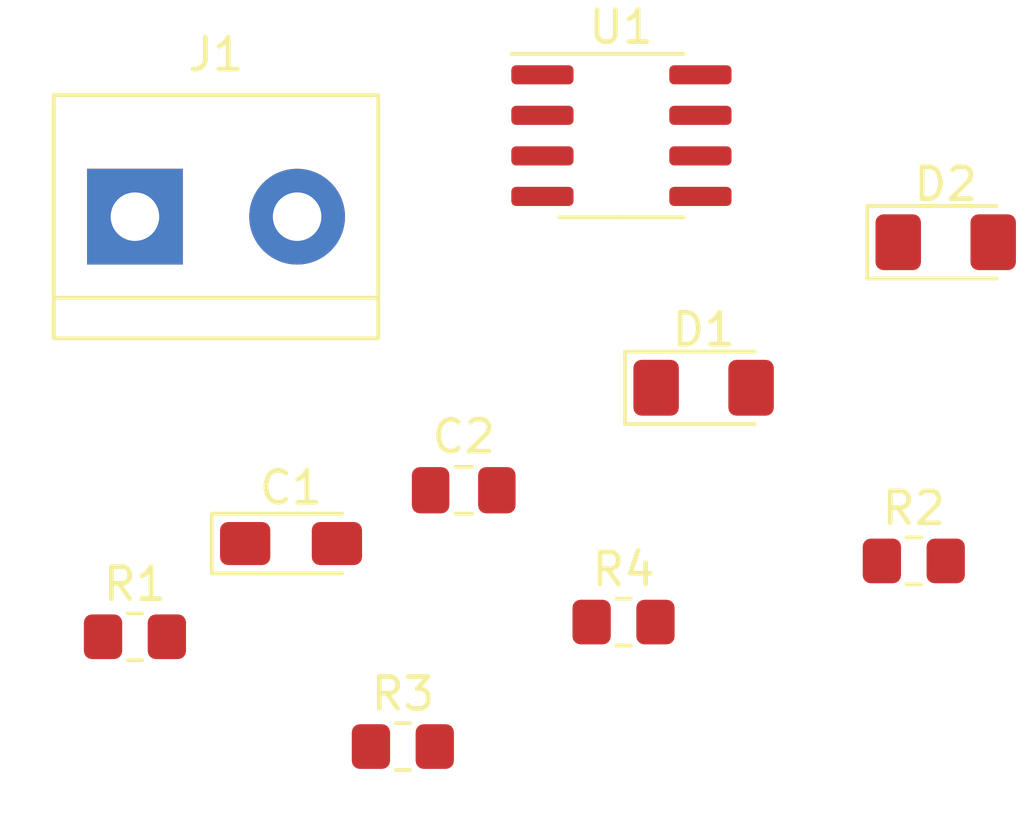
<source format=kicad_pcb>
(kicad_pcb (version 20211014) (generator pcbnew)
  (layers (0 "F.Cu" signal) (31 "B.Cu" signal) (34 "B.Paste" user) (35 "F.Paste" user) (36 "B.SilkS" user "B.Silkscreen") (37 "F.SilkS" user "F.Silkscreen") (38 "B.Mask" user) (39 "F.Mask" user) (44 "Edge.Cuts" user))
  (net 0 "")
  (net 1 "/pin_2")
  (net 2 "GND")
  (net 3 "Net-(C2-Pad1)")
  (net 4 "Net-(D1-Pad1)")
  (net 5 "+9V")
  (net 6 "Net-(D2-Pad2)")
  (net 7 "/pin_7")
  (net 8 "/pin_3")
  (footprint "LED_SMD:LED_1206_3216Metric_Pad1.42x1.75mm_HandSolder" (layer "F.Cu") (at 147.32 87.16)
    (fp_text reference "D2" (at 0 -1.82) (layer "F.SilkS"))
    (fp_text value "LED")
    (fp_line (start -2.46 1.135) (end 1.6 1.135) (layer "F.SilkS") (width 0.12))
    (fp_line (start 1.6 -1.135) (end -2.46 -1.135) (layer "F.SilkS") (width 0.12))
    (fp_line (start -2.46 -1.135) (end -2.46 1.135) (layer "F.SilkS") (width 0.12))
    (pad "1" smd roundrect (at -1.4875 0) (size 1.425 1.75) (layers "F.Cu" "F.Paste" "F.Mask") (roundrect_rratio 0.175439) (net 2 "GND"))
    (pad "2" smd roundrect (at 1.4875 0) (size 1.425 1.75) (layers "F.Cu" "F.Paste" "F.Mask") (roundrect_rratio 0.175439) (net 6 "Net-(D2-Pad2)"))
  )
  (footprint "TerminalBlock:TerminalBlock_bornier-2_P5.08mm" (layer "F.Cu") (at 121.92 86.36)
    (fp_text reference "J1" (at 2.54 -5.08) (layer "F.SilkS"))
    (fp_text value "Conn_01x02_Male")
    (fp_line (start -2.54 3.81) (end 7.62 3.81) (layer "F.SilkS") (width 0.12))
    (fp_line (start 7.62 -3.81) (end -2.54 -3.81) (layer "F.SilkS") (width 0.12))
    (fp_line (start 7.62 3.81) (end 7.62 -3.81) (layer "F.SilkS") (width 0.12))
    (fp_line (start -2.54 -3.81) (end -2.54 3.81) (layer "F.SilkS") (width 0.12))
    (fp_line (start 7.62 2.54) (end -2.54 2.54) (layer "F.SilkS") (width 0.12))
    (pad "1" thru_hole rect (at 0 0) (size 3 3) (drill 1.52) (layers *.Cu *.Mask) (net 5 "+9V"))
    (pad "2" thru_hole circle (at 5.08 0) (size 3 3) (drill 1.52) (layers *.Cu *.Mask) (net 2 "GND"))
  )
  (footprint "Resistor_SMD:R_0805_2012Metric_Pad1.20x1.40mm_HandSolder" (layer "F.Cu") (at 137.227064 99.06)
    (fp_text reference "R4" (at 0 -1.65) (layer "F.SilkS"))
    (fp_text value "1 k")
    (fp_line (start -0.227064 -0.735) (end 0.227064 -0.735) (layer "F.SilkS") (width 0.12))
    (fp_line (start -0.227064 0.735) (end 0.227064 0.735) (layer "F.SilkS") (width 0.12))
    (pad "1" smd roundrect (at -1 0) (size 1.2 1.4) (layers "F.Cu" "F.Paste" "F.Mask") (roundrect_rratio 0.208333) (net 8 "/pin_3"))
    (pad "2" smd roundrect (at 1 0) (size 1.2 1.4) (layers "F.Cu" "F.Paste" "F.Mask") (roundrect_rratio 0.208333) (net 6 "Net-(D2-Pad2)"))
  )
  (footprint "LED_SMD:LED_1206_3216Metric_Pad1.42x1.75mm_HandSolder" (layer "F.Cu") (at 139.735 91.72)
    (fp_text reference "D1" (at 0 -1.82) (layer "F.SilkS"))
    (fp_text value "LED")
    (fp_line (start -2.46 1.135) (end 1.6 1.135) (layer "F.SilkS") (width 0.12))
    (fp_line (start 1.6 -1.135) (end -2.46 -1.135) (layer "F.SilkS") (width 0.12))
    (fp_line (start -2.46 -1.135) (end -2.46 1.135) (layer "F.SilkS") (width 0.12))
    (pad "1" smd roundrect (at -1.4875 0) (size 1.425 1.75) (layers "F.Cu" "F.Paste" "F.Mask") (roundrect_rratio 0.175439) (net 4 "Net-(D1-Pad1)"))
    (pad "2" smd roundrect (at 1.4875 0) (size 1.425 1.75) (layers "F.Cu" "F.Paste" "F.Mask") (roundrect_rratio 0.175439) (net 5 "+9V"))
  )
  (footprint "Package_SO:SOIC-8_3.9x4.9mm_P1.27mm" (layer "F.Cu") (at 137.16 83.82)
    (fp_text reference "U1" (at 0 -3.4) (layer "F.SilkS"))
    (fp_text value "NE555D")
    (fp_line (start 0 -2.56) (end -3.45 -2.56) (layer "F.SilkS") (width 0.12))
    (fp_line (start 0 2.56) (end -1.95 2.56) (layer "F.SilkS") (width 0.12))
    (fp_line (start 0 -2.56) (end 1.95 -2.56) (layer "F.SilkS") (width 0.12))
    (fp_line (start 0 2.56) (end 1.95 2.56) (layer "F.SilkS") (width 0.12))
    (pad "1" smd roundrect (at -2.475 -1.905) (size 1.95 0.6) (layers "F.Cu" "F.Paste" "F.Mask") (net 2 "GND"))
    (pad "2" smd roundrect (at -2.475 -0.635) (size 1.95 0.6) (layers "F.Cu" "F.Paste" "F.Mask") (net 1 "/pin_2"))
    (pad "3" smd roundrect (at -2.475 0.635) (size 1.95 0.6) (layers "F.Cu" "F.Paste" "F.Mask") (net 8 "/pin_3"))
    (pad "4" smd roundrect (at -2.475 1.905) (size 1.95 0.6) (layers "F.Cu" "F.Paste" "F.Mask") (net 5 "+9V"))
    (pad "5" smd roundrect (at 2.475 1.905) (size 1.95 0.6) (layers "F.Cu" "F.Paste" "F.Mask") (net 3 "Net-(C2-Pad1)"))
    (pad "6" smd roundrect (at 2.475 0.635) (size 1.95 0.6) (layers "F.Cu" "F.Paste" "F.Mask") (net 1 "/pin_2"))
    (pad "7" smd roundrect (at 2.475 -0.635) (size 1.95 0.6) (layers "F.Cu" "F.Paste" "F.Mask") (net 7 "/pin_7"))
    (pad "8" smd roundrect (at 2.475 -1.905) (size 1.95 0.6) (layers "F.Cu" "F.Paste" "F.Mask") (net 5 "+9V"))
  )
  (footprint "Resistor_SMD:R_0805_2012Metric_Pad1.20x1.40mm_HandSolder" (layer "F.Cu") (at 146.32 97.145)
    (fp_text reference "R2" (at 0 -1.65) (layer "F.SilkS"))
    (fp_text value "10 k")
    (fp_line (start -0.227064 -0.735) (end 0.227064 -0.735) (layer "F.SilkS") (width 0.12))
    (fp_line (start -0.227064 0.735) (end 0.227064 0.735) (layer "F.SilkS") (width 0.12))
    (pad "1" smd roundrect (at -1 0) (size 1.2 1.4) (layers "F.Cu" "F.Paste" "F.Mask") (roundrect_rratio 0.208333) (net 7 "/pin_7"))
    (pad "2" smd roundrect (at 1 0) (size 1.2 1.4) (layers "F.Cu" "F.Paste" "F.Mask") (roundrect_rratio 0.208333) (net 1 "/pin_2"))
  )
  (footprint "Capacitor_Tantalum_SMD:CP_EIA-3216-18_Kemet-A_Pad1.58x1.35mm_HandSolder" (layer "F.Cu") (at 126.81 96.6)
    (fp_text reference "C1" (at 0 -1.75) (layer "F.SilkS"))
    (fp_text value "10 uF")
    (fp_line (start -2.485 0.935) (end 1.6 0.935) (layer "F.SilkS") (width 0.12))
    (fp_line (start -2.485 -0.935) (end -2.485 0.935) (layer "F.SilkS") (width 0.12))
    (fp_line (start 1.6 -0.935) (end -2.485 -0.935) (layer "F.SilkS") (width 0.12))
    (pad "1" smd roundrect (at -1.4375 0) (size 1.575 1.35) (layers "F.Cu" "F.Paste" "F.Mask") (roundrect_rratio 0.185185) (net 1 "/pin_2"))
    (pad "2" smd roundrect (at 1.4375 0) (size 1.575 1.35) (layers "F.Cu" "F.Paste" "F.Mask") (roundrect_rratio 0.185185) (net 2 "GND"))
  )
  (footprint "Resistor_SMD:R_0805_2012Metric_Pad1.20x1.40mm_HandSolder" (layer "F.Cu") (at 130.312936 102.96)
    (fp_text reference "R3" (at 0 -1.65) (layer "F.SilkS"))
    (fp_text value "R")
    (fp_line (start -0.227064 0.735) (end 0.227064 0.735) (layer "F.SilkS") (width 0.12))
    (fp_line (start -0.227064 -0.735) (end 0.227064 -0.735) (layer "F.SilkS") (width 0.12))
    (pad "1" smd roundrect (at -1 0) (size 1.2 1.4) (layers "F.Cu" "F.Paste" "F.Mask") (roundrect_rratio 0.208333) (net 4 "Net-(D1-Pad1)"))
    (pad "2" smd roundrect (at 1 0) (size 1.2 1.4) (layers "F.Cu" "F.Paste" "F.Mask") (roundrect_rratio 0.208333) (net 8 "/pin_3"))
  )
  (footprint "Capacitor_SMD:C_0805_2012Metric_Pad1.18x1.45mm_HandSolder" (layer "F.Cu") (at 132.22 94.93)
    (fp_text reference "C2" (at 0 -1.68) (layer "F.SilkS"))
    (fp_text value "0.01 uF")
    (fp_line (start -0.261252 -0.735) (end 0.261252 -0.735) (layer "F.SilkS") (width 0.12))
    (fp_line (start -0.261252 0.735) (end 0.261252 0.735) (layer "F.SilkS") (width 0.12))
    (pad "1" smd roundrect (at -1.0375 0) (size 1.175 1.45) (layers "F.Cu" "F.Paste" "F.Mask") (roundrect_rratio 0.212766) (net 3 "Net-(C2-Pad1)"))
    (pad "2" smd roundrect (at 1.0375 0) (size 1.175 1.45) (layers "F.Cu" "F.Paste" "F.Mask") (roundrect_rratio 0.212766) (net 2 "GND"))
  )
  (footprint "Resistor_SMD:R_0805_2012Metric_Pad1.20x1.40mm_HandSolder" (layer "F.Cu") (at 121.92 99.52)
    (fp_text reference "R1" (at 0 -1.65) (layer "F.SilkS"))
    (fp_text value "1 k")
    (fp_line (start -0.227064 0.735) (end 0.227064 0.735) (layer "F.SilkS") (width 0.12))
    (fp_line (start -0.227064 -0.735) (end 0.227064 -0.735) (layer "F.SilkS") (width 0.12))
    (pad "1" smd roundrect (at -1 0) (size 1.2 1.4) (layers "F.Cu" "F.Paste" "F.Mask") (roundrect_rratio 0.208333) (net 5 "+9V"))
    (pad "2" smd roundrect (at 1 0) (size 1.2 1.4) (layers "F.Cu" "F.Paste" "F.Mask") (roundrect_rratio 0.208333) (net 7 "/pin_7"))
  )
)
</source>
